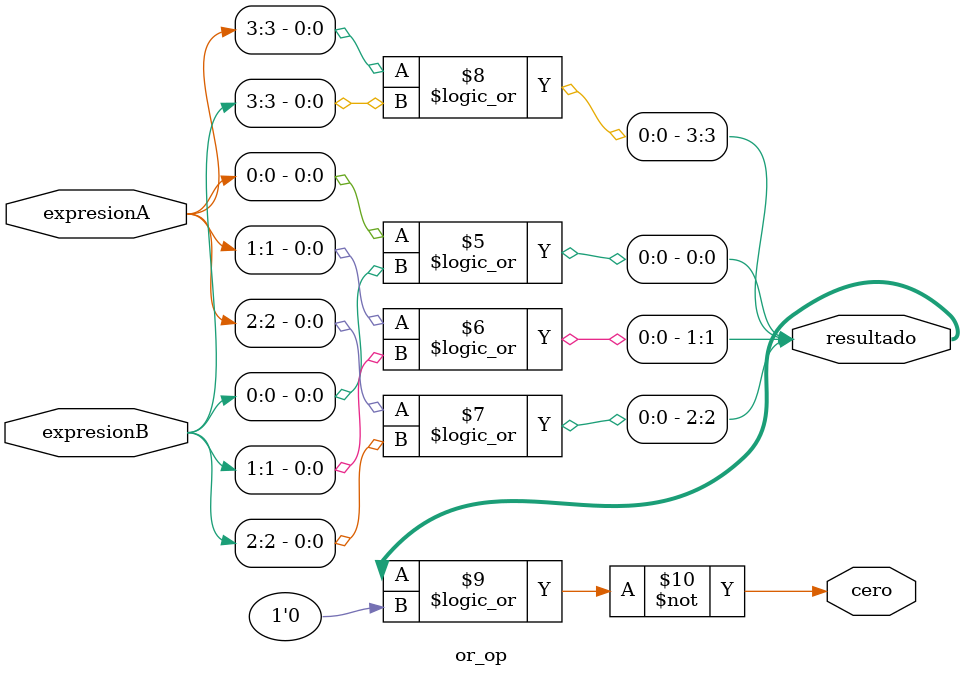
<source format=sv>
module or_op 
	# (parameter M = 4)
	  (expresionA, expresionB, resultado, cero);
  
	input  logic [M-1:0] expresionA;
	input  logic [M-1:0] expresionB;
	
	output logic [M-1:0] resultado;

	output					cero;
	
	always @ (expresionA or expresionB) begin
	
		for (int i = 0; i < $size(expresionA); i++) begin
		
				resultado[i] = expresionA[i] || expresionB[i];
		end
		
		cero = ~(resultado || '0);
		
	end
		
endmodule

</source>
